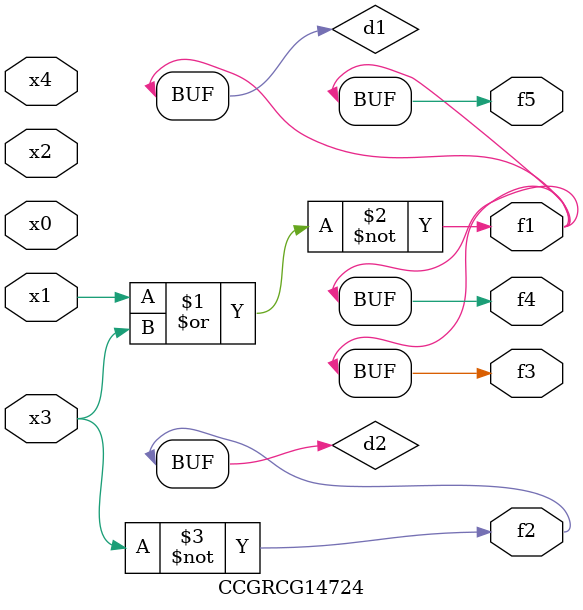
<source format=v>
module CCGRCG14724(
	input x0, x1, x2, x3, x4,
	output f1, f2, f3, f4, f5
);

	wire d1, d2;

	nor (d1, x1, x3);
	not (d2, x3);
	assign f1 = d1;
	assign f2 = d2;
	assign f3 = d1;
	assign f4 = d1;
	assign f5 = d1;
endmodule

</source>
